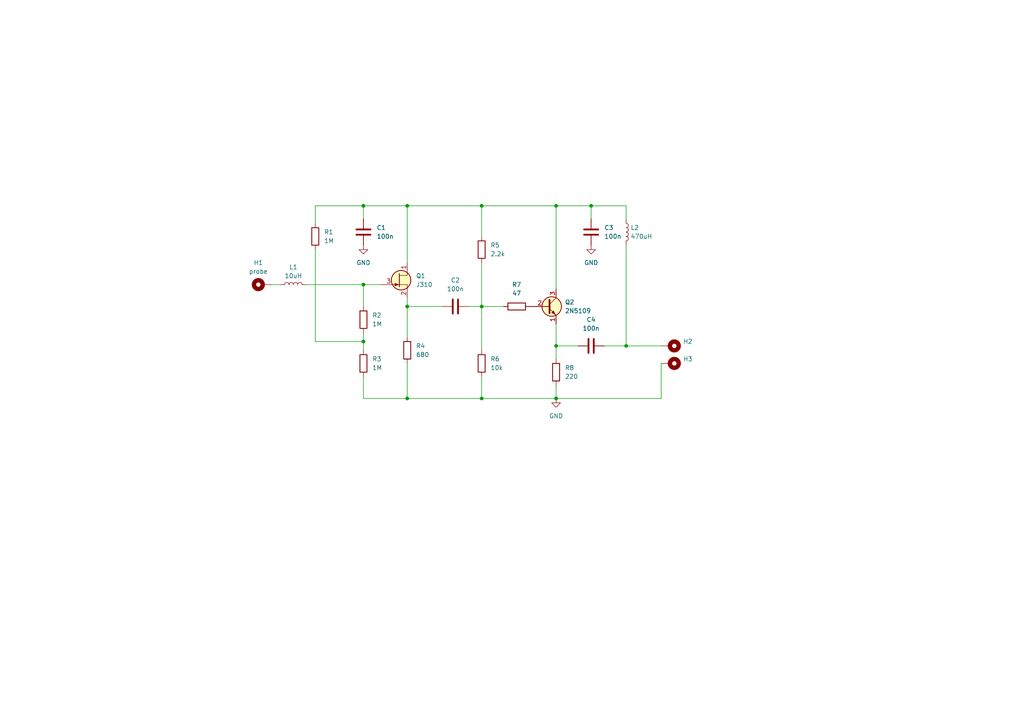
<source format=kicad_sch>
(kicad_sch (version 20230121) (generator eeschema)
  (paper "A4")
  (lib_symbols
    (symbol "Device:C" (pin_numbers hide) (pin_names (offset 0.254))
      (property "Reference" "C" (at 0.635 2.54 0))
      (property "Value" "C" (at 0.635 -2.54 0))
      (symbol "C_0_1"
        (polyline (pts (xy -2.032 -0.762) (xy 2.032 -0.762)) (stroke (width 0.508)))
        (polyline (pts (xy -2.032 0.762) (xy 2.032 0.762)) (stroke (width 0.508)))
      )
      (symbol "C_1_1"
        (pin passive line (at 0 3.81 270) (length 2.794) (name "~") (number "1"))
        (pin passive line (at 0 -3.81 90) (length 2.794) (name "~") (number "2"))
      )
    )
    (symbol "Device:L" (pin_numbers hide) (pin_names (offset 1.016) hide)
      (property "Reference" "L" (at -1.27 0 90))
      (property "Value" "L" (at 1.905 0 90))
      (symbol "L_0_1"
        (arc (start 0 -2.54) (mid 0.6323 -1.905) (end 0 -1.27))
        (arc (start 0 -1.27) (mid 0.6323 -0.635) (end 0 0))
        (arc (start 0 0) (mid 0.6323 0.635) (end 0 1.27))
        (arc (start 0 1.27) (mid 0.6323 1.905) (end 0 2.54))
      )
      (symbol "L_1_1"
        (pin passive line (at 0 3.81 270) (length 1.27) (name "1") (number "1"))
        (pin passive line (at 0 -3.81 90) (length 1.27) (name "2") (number "2"))
      )
    )
    (symbol "Device:R" (pin_numbers hide) (pin_names (offset 0))
      (property "Reference" "R" (at 2.032 0 90))
      (property "Value" "R" (at 0 0 90))
      (symbol "R_0_1"
        (rectangle (start -1.016 -2.54) (end 1.016 2.54) (stroke (width 0.254)))
      )
      (symbol "R_1_1"
        (pin passive line (at 0 3.81 270) (length 1.27) (name "~") (number "1"))
        (pin passive line (at 0 -3.81 90) (length 1.27) (name "~") (number "2"))
      )
    )
    (symbol "Mechanical:MountingHole_Pad" (pin_numbers hide) (pin_names (offset 1.016) hide)
      (property "Reference" "H" (at 0 6.35 0))
      (property "Value" "MountingHole_Pad" (at 0 4.445 0))
      (symbol "MountingHole_Pad_0_1"
        (circle (center 0 1.27) (radius 1.27) (stroke (width 1.27)))
      )
      (symbol "MountingHole_Pad_1_1"
        (pin input line (at 0 -2.54 90) (length 2.54) (name "1") (number "1"))
      )
    )
    (symbol "PCM_Transistor_BJT_AKL:2N1711" (pin_names hide)
      (property "Reference" "Q" (at 5.08 1.27 0))
      (property "Value" "2N1711" (at 5.08 -1.27 0))
      (symbol "2N1711_0_1"
        (polyline (pts (xy 0.635 0.635) (xy 2.54 2.54)))
        (polyline (pts (xy 0.635 -0.635) (xy 2.54 -2.54) (xy 2.54 -2.54)))
        (polyline (pts (xy 0.635 1.905) (xy 0.635 -1.905) (xy 0.635 -1.905)) (stroke (width 0.508)))
        (polyline (pts (xy 1.27 -1.778) (xy 1.778 -1.27) (xy 2.286 -2.286) (xy 1.27 -1.778) (xy 1.27 -1.778)) (fill (type outline)))
        (circle (center 1.27 0) (radius 2.8194) (stroke (width 0.254)) (fill (type background)))
      )
      (symbol "2N1711_1_1"
        (pin passive line (at 2.54 -5.08 90) (length 2.54) (name "E") (number "1"))
        (pin passive line (at -5.08 0 0) (length 5.715) (name "B") (number "2"))
        (pin passive line (at 2.54 5.08 270) (length 2.54) (name "C") (number "3"))
      )
    )
    (symbol "PCM_Transistor_JFET_AKL:MMBFJ310" (pin_names hide)
      (property "Reference" "Q" (at 5.08 1.27 0))
      (property "Value" "MMBFJ310" (at 5.08 -1.27 0))
      (symbol "MMBFJ310_0_1"
        (polyline (pts (xy -0.127 -1.27) (xy 0.381 -1.27)))
        (polyline (pts (xy 0.254 1.905) (xy 0.254 -1.905) (xy 0.254 -1.905)) (stroke (width 0.254)))
        (polyline (pts (xy 2.54 -2.54) (xy 2.54 -1.27) (xy 0.254 -1.27)))
        (polyline (pts (xy 2.54 2.54) (xy 2.54 1.397) (xy 0.254 1.397)))
        (polyline (pts (xy 0 -1.27) (xy -1.016 -0.889) (xy -1.016 -1.651) (xy 0 -1.27)) (fill (type outline)))
        (circle (center 0.762 0) (radius 2.8194) (stroke (width 0.254)) (fill (type background)))
      )
      (symbol "MMBFJ310_1_1"
        (pin passive line (at 2.54 5.08 270) (length 2.54) (name "D") (number "1"))
        (pin passive line (at 2.54 -5.08 90) (length 2.54) (name "S") (number "2"))
        (pin input line (at -5.08 -1.27 0) (length 4.4958) (name "G") (number "3"))
      )
    )
    (symbol "power:GND" (power) (pin_names (offset 0))
      (property "Value" "GND" (at 0 -3.81 0))
      (symbol "GND_0_1"
        (polyline (pts (xy 0 0) (xy 0 -1.27) (xy 1.27 -1.27) (xy 0 -2.54) (xy -1.27 -1.27) (xy 0 -1.27)))
      )
      (symbol "GND_1_1"
        (pin power_in line (at 0 0 270) (length 0) hide (name "GND") (number "1"))
      )
    )
  )
  (junction (at 139.7 88.9))
  (junction (at 105.41 59.69))
  (junction (at 105.41 99.06))
  (junction (at 161.29 100.33))
  (junction (at 118.11 88.9))
  (junction (at 118.11 115.57))
  (junction (at 181.61 100.33))
  (junction (at 171.45 59.69))
  (junction (at 118.11 59.69))
  (junction (at 161.29 115.57))
  (junction (at 105.41 82.55))
  (junction (at 139.7 115.57))
  (junction (at 139.7 59.69))
  (junction (at 161.29 59.69))
  (wire (pts (xy 128.27 88.9) (xy 118.11 88.9)))
  (wire (pts (xy 161.29 115.57) (xy 191.77 115.57)))
  (wire (pts (xy 105.41 59.69) (xy 118.11 59.69)))
  (wire (pts (xy 118.11 88.9) (xy 118.11 86.36)))
  (wire (pts (xy 171.45 59.69) (xy 171.45 63.5)))
  (wire (pts (xy 161.29 100.33) (xy 161.29 104.14)))
  (wire (pts (xy 135.89 88.9) (xy 139.7 88.9)))
  (wire (pts (xy 91.44 59.69) (xy 105.41 59.69)))
  (wire (pts (xy 91.44 72.39) (xy 91.44 99.06)))
  (wire (pts (xy 105.41 99.06) (xy 105.41 101.6)))
  (wire (pts (xy 105.41 109.22) (xy 105.41 115.57)))
  (wire (pts (xy 181.61 100.33) (xy 191.77 100.33)))
  (wire (pts (xy 139.7 88.9) (xy 146.05 88.9)))
  (wire (pts (xy 105.41 59.69) (xy 105.41 63.5)))
  (wire (pts (xy 167.64 100.33) (xy 161.29 100.33)))
  (wire (pts (xy 105.41 115.57) (xy 118.11 115.57)))
  (wire (pts (xy 181.61 63.5) (xy 181.61 59.69)))
  (wire (pts (xy 118.11 59.69) (xy 139.7 59.69)))
  (wire (pts (xy 191.77 105.41) (xy 191.77 115.57)))
  (wire (pts (xy 139.7 68.58) (xy 139.7 59.69)))
  (wire (pts (xy 175.26 100.33) (xy 181.61 100.33)))
  (wire (pts (xy 105.41 96.52) (xy 105.41 99.06)))
  (wire (pts (xy 139.7 115.57) (xy 139.7 109.22)))
  (wire (pts (xy 139.7 76.2) (xy 139.7 88.9)))
  (wire (pts (xy 161.29 93.98) (xy 161.29 100.33)))
  (wire (pts (xy 161.29 111.76) (xy 161.29 115.57)))
  (wire (pts (xy 161.29 59.69) (xy 171.45 59.69)))
  (wire (pts (xy 91.44 99.06) (xy 105.41 99.06)))
  (wire (pts (xy 181.61 71.12) (xy 181.61 100.33)))
  (wire (pts (xy 139.7 59.69) (xy 161.29 59.69)))
  (wire (pts (xy 161.29 83.82) (xy 161.29 59.69)))
  (wire (pts (xy 118.11 115.57) (xy 139.7 115.57)))
  (wire (pts (xy 139.7 88.9) (xy 139.7 101.6)))
  (wire (pts (xy 181.61 59.69) (xy 171.45 59.69)))
  (wire (pts (xy 105.41 82.55) (xy 105.41 88.9)))
  (wire (pts (xy 161.29 115.57) (xy 139.7 115.57)))
  (wire (pts (xy 78.74 82.55) (xy 81.28 82.55)))
  (wire (pts (xy 118.11 88.9) (xy 118.11 97.79)))
  (wire (pts (xy 118.11 105.41) (xy 118.11 115.57)))
  (wire (pts (xy 88.9 82.55) (xy 105.41 82.55)))
  (wire (pts (xy 110.49 82.55) (xy 105.41 82.55)))
  (wire (pts (xy 118.11 76.2) (xy 118.11 59.69)))
  (wire (pts (xy 91.44 64.77) (xy 91.44 59.69)))
  (symbol (lib_id "Device:R") (at 105.41 92.71 0) (unit 1)
    (property "Reference" "R2" (at 107.95 91.44 0) (effects (justify left)))
    (property "Value" "1M" (at 107.95 93.98 0) (effects (justify left)))
    (property "Footprint" "PCM_Resistor_THT_AKL:R_Axial_DIN0204_L3.6mm_D1.6mm_P7.62mm_Horizontal" (effects hide))
  )
  (symbol (lib_id "Mechanical:MountingHole_Pad") (at 194.31 105.41 270) (unit 1)
    (property "Reference" "H3" (at 198.12 104.14 90) (effects (justify left)))
    (property "Value" "MountingHole_Pad" (effects hide))
    (property "Footprint" "MountingHole:MountingHole_2.2mm_M2_Pad" (effects hide))
  )
  (symbol (lib_id "Device:R") (at 161.29 107.95 0) (unit 1)
    (property "Reference" "R8" (at 163.83 106.68 0) (effects (justify left)))
    (property "Value" "220" (at 163.83 109.22 0) (effects (justify left)))
    (property "Footprint" "PCM_Resistor_THT_AKL:R_Axial_DIN0204_L3.6mm_D1.6mm_P7.62mm_Horizontal" (effects hide))
  )
  (symbol (lib_id "Device:C") (at 171.45 67.31 0) (unit 1)
    (property "Reference" "C3" (at 175.26 66.04 0) (effects (justify left)))
    (property "Value" "100n" (at 175.26 68.58 0) (effects (justify left)))
    (property "Footprint" "Capacitor_THT:C_Disc_D4.3mm_W1.9mm_P5.00mm" (effects hide))
  )
  (symbol (lib_id "PCM_Transistor_BJT_AKL:2N1711") (at 158.75 88.9 0) (unit 1)
    (property "Reference" "Q2" (at 163.83 87.63 0) (effects (justify left)))
    (property "Value" "2N5109" (at 163.83 90.17 0) (effects (justify left)))
    (property "Footprint" "PCM_Package_TO_SOT_THT_AKL:TO-39-3" (effects hide))
    (property "Datasheet" "https://www.st.com/resource/en/datasheet/cd00003087.pdf" (effects hide))
  )
  (symbol (lib_id "power:GND") (at 171.45 71.12 0) (unit 1)
    (property "Reference" "#PWR02" (effects hide))
    (property "Value" "GND" (at 171.45 76.2 0))
  )
  (symbol (lib_id "power:GND") (at 161.29 115.57 0) (unit 1)
    (property "Reference" "#PWR03" (effects hide))
    (property "Value" "GND" (at 161.29 120.65 0))
  )
  (symbol (lib_id "Device:R") (at 105.41 105.41 0) (unit 1)
    (property "Reference" "R3" (at 107.95 104.14 0) (effects (justify left)))
    (property "Value" "1M" (at 107.95 106.68 0) (effects (justify left)))
    (property "Footprint" "PCM_Resistor_THT_AKL:R_Axial_DIN0204_L3.6mm_D1.6mm_P7.62mm_Horizontal" (effects hide))
  )
  (symbol (lib_id "Device:C") (at 171.45 100.33 90) (unit 1)
    (property "Reference" "C4" (at 171.45 92.71 90))
    (property "Value" "100n" (at 171.45 95.25 90))
    (property "Footprint" "Capacitor_THT:C_Disc_D4.3mm_W1.9mm_P5.00mm" (effects hide))
  )
  (symbol (lib_id "Device:R") (at 118.11 101.6 0) (unit 1)
    (property "Reference" "R4" (at 120.65 100.33 0) (effects (justify left)))
    (property "Value" "680" (at 120.65 102.87 0) (effects (justify left)))
    (property "Footprint" "PCM_Resistor_THT_AKL:R_Axial_DIN0204_L3.6mm_D1.6mm_P7.62mm_Horizontal" (effects hide))
  )
  (symbol (lib_id "Device:L") (at 85.09 82.55 90) (unit 1)
    (property "Reference" "L1" (at 85.09 77.47 90))
    (property "Value" "10uH" (at 85.09 80.01 90))
    (property "Footprint" "Inductor_THT:L_Axial_L5.3mm_D2.2mm_P7.62mm_Horizontal_Vishay_IM-1" (effects hide))
  )
  (symbol (lib_id "PCM_Transistor_JFET_AKL:MMBFJ310") (at 115.57 81.28 0) (unit 1)
    (property "Reference" "Q1" (at 120.65 80.01 0) (effects (justify left)))
    (property "Value" "J310" (at 120.65 82.55 0) (effects (justify left)))
    (property "Footprint" "PCM_Package_TO_SOT_THT_AKL:TO-92L_Wide" (effects hide))
    (property "Datasheet" "https://www.tme.eu/Document/6f9e93defc281ffb2c7f9ec9a5645f53/MMBFJ309LT1G.PDF" (effects hide))
  )
  (symbol (lib_id "Mechanical:MountingHole_Pad") (at 76.2 82.55 90) (unit 1)
    (property "Reference" "H1" (at 74.93 76.2 90))
    (property "Value" "probe" (at 74.93 78.74 90))
    (property "Footprint" "MountingHole:MountingHole_2.2mm_M2_Pad" (effects hide))
  )
  (symbol (lib_id "Mechanical:MountingHole_Pad") (at 194.31 100.33 270) (unit 1)
    (property "Reference" "H2" (at 198.12 99.06 90) (effects (justify left)))
    (property "Value" "MountingHole_Pad" (effects hide))
    (property "Footprint" "MountingHole:MountingHole_2.2mm_M2_Pad" (effects hide))
  )
  (symbol (lib_id "power:GND") (at 105.41 71.12 0) (unit 1)
    (property "Reference" "#PWR01" (effects hide))
    (property "Value" "GND" (at 105.41 76.2 0))
  )
  (symbol (lib_id "Device:R") (at 91.44 68.58 0) (unit 1)
    (property "Reference" "R1" (at 93.98 67.31 0) (effects (justify left)))
    (property "Value" "1M" (at 93.98 69.85 0) (effects (justify left)))
    (property "Footprint" "PCM_Resistor_THT_AKL:R_Axial_DIN0204_L3.6mm_D1.6mm_P7.62mm_Horizontal" (effects hide))
  )
  (symbol (lib_id "Device:C") (at 105.41 67.31 180) (unit 1)
    (property "Reference" "C1" (at 109.22 66.04 0) (effects (justify right)))
    (property "Value" "100n" (at 109.22 68.58 0) (effects (justify right)))
    (property "Footprint" "Capacitor_THT:C_Disc_D4.3mm_W1.9mm_P5.00mm" (effects hide))
  )
  (symbol (lib_id "Device:R") (at 149.86 88.9 90) (unit 1)
    (property "Reference" "R7" (at 149.86 82.55 90))
    (property "Value" "47" (at 149.86 85.09 90))
    (property "Footprint" "PCM_Resistor_THT_AKL:R_Axial_DIN0204_L3.6mm_D1.6mm_P7.62mm_Horizontal" (effects hide))
  )
  (symbol (lib_id "Device:L") (at 181.61 67.31 0) (unit 1)
    (property "Reference" "L2" (at 182.88 66.04 0) (effects (justify left)))
    (property "Value" "470uH" (at 182.88 68.58 0) (effects (justify left)))
    (property "Footprint" "Inductor_THT:L_Axial_L5.3mm_D2.2mm_P7.62mm_Horizontal_Vishay_IM-1" (effects hide))
  )
  (symbol (lib_id "Device:R") (at 139.7 105.41 0) (unit 1)
    (property "Reference" "R6" (at 142.24 104.14 0) (effects (justify left)))
    (property "Value" "10k" (at 142.24 106.68 0) (effects (justify left)))
    (property "Footprint" "PCM_Resistor_THT_AKL:R_Axial_DIN0204_L3.6mm_D1.6mm_P7.62mm_Horizontal" (effects hide))
  )
  (symbol (lib_id "Device:C") (at 132.08 88.9 90) (unit 1)
    (property "Reference" "C2" (at 132.08 81.28 90))
    (property "Value" "100n" (at 132.08 83.82 90))
    (property "Footprint" "Capacitor_THT:C_Disc_D4.3mm_W1.9mm_P5.00mm" (effects hide))
  )
  (symbol (lib_id "Device:R") (at 139.7 72.39 0) (unit 1)
    (property "Reference" "R5" (at 142.24 71.12 0) (effects (justify left)))
    (property "Value" "2.2k" (at 142.24 73.66 0) (effects (justify left)))
    (property "Footprint" "PCM_Resistor_THT_AKL:R_Axial_DIN0204_L3.6mm_D1.6mm_P7.62mm_Horizontal" (effects hide))
  )
)
</source>
